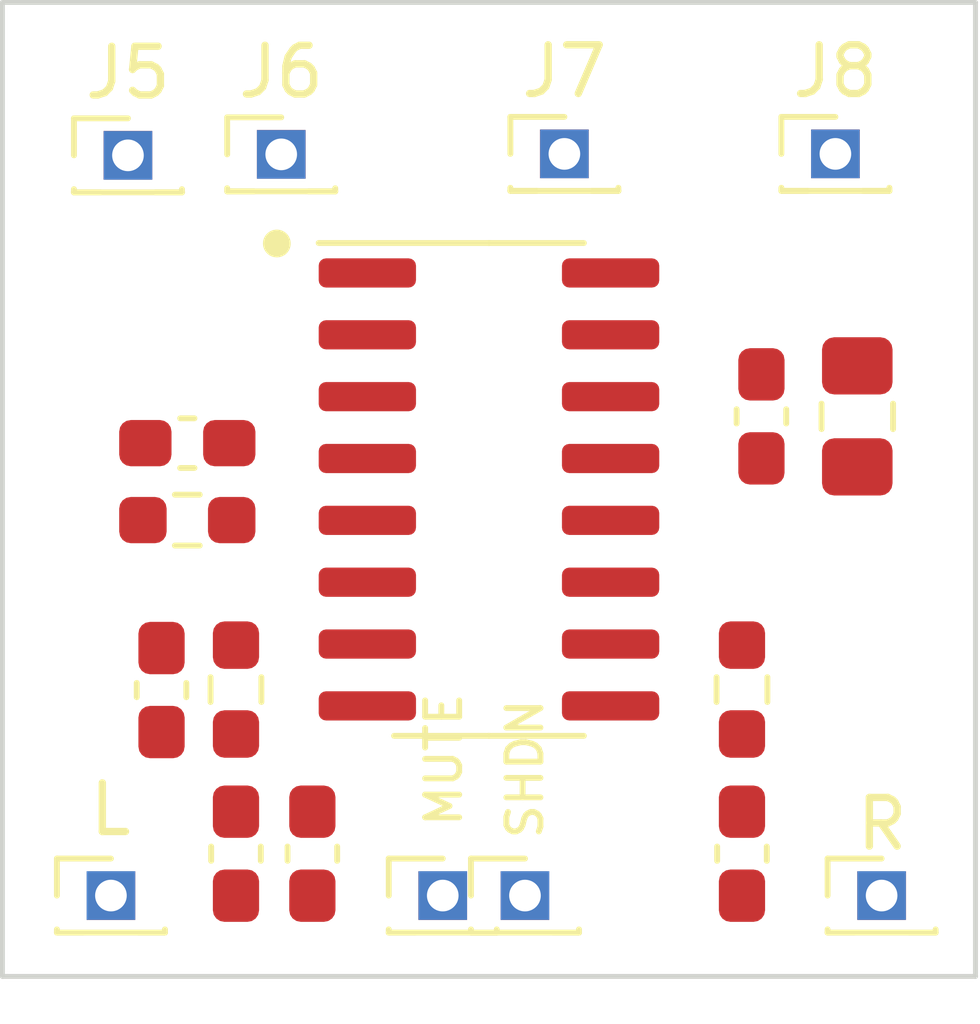
<source format=kicad_pcb>
(kicad_pcb (version 20211014) (generator pcbnew)
  (layers (0 "F.Cu" signal) (31 "B.Cu" signal) (34 "B.Paste" user) (35 "F.Paste" user) (36 "B.SilkS" user "B.Silkscreen") (37 "F.SilkS" user "F.Silkscreen") (38 "B.Mask" user) (39 "F.Mask" user) (44 "Edge.Cuts" user))
  (net 0 "")
  (net 1 "GND")
  (net 2 "Net-(C1-Pad2)")
  (net 3 "INL")
  (net 4 "Net-(C2-Pad2)")
  (net 5 "INR")
  (net 6 "Net-(C3-Pad2)")
  (net 7 "+5V")
  (net 8 "~{SHDN}")
  (net 9 "~{MUTE}")
  (net 10 "LOUT+")
  (net 11 "LOUT-")
  (net 12 "ROUT-")
  (net 13 "ROUT+")
  (net 14 "Net-(R2-Pad2)")
  (net 15 "Net-(R3-Pad2)")
  (footprint "Resistor_SMD:R_0603_1608Metric_Pad0.98x0.95mm_HandSolder" (layer "F.Cu") (at 115.2 114.11 90)
    (fp_text reference "R3" hide)
    (fp_text value "10k")
    (fp_line (start -0.254724 -0.5225) (end 0.254724 -0.5225) (layer "F.SilkS") (width 0.12))
    (fp_line (start -0.254724 0.5225) (end 0.254724 0.5225) (layer "F.SilkS") (width 0.12))
    (pad "1" smd roundrect (at -0.9125 0 90) (size 0.975 0.95) (layers "F.Cu" "F.Paste" "F.Mask") (net 6 "Net-(C3-Pad2)"))
    (pad "2" smd roundrect (at 0.9125 0 90) (size 0.975 0.95) (layers "F.Cu" "F.Paste" "F.Mask") (net 15 "Net-(R3-Pad2)"))
  )
  (footprint "Connector_PinHeader_1.27mm:PinHeader_1x01_P1.27mm_Vertical" (layer "F.Cu") (at 102.23 118.34)
    (fp_text reference "L" (at -0.01 -1.77) (layer "F.SilkS"))
    (fp_text value "INL")
    (fp_line (start -1.11 0.76) (end -0.563471 0.76) (layer "F.SilkS") (width 0.12))
    (fp_line (start 1.11 0.76) (end 1.11 0.695) (layer "F.SilkS") (width 0.12))
    (fp_line (start -1.11 -0.76) (end 0 -0.76) (layer "F.SilkS") (width 0.12))
    (fp_line (start -1.11 0.76) (end -1.11 0.695) (layer "F.SilkS") (width 0.12))
    (fp_line (start 0.563471 0.76) (end 1.11 0.76) (layer "F.SilkS") (width 0.12))
    (fp_line (start -1.11 0.76) (end 1.11 0.76) (layer "F.SilkS") (width 0.12))
    (fp_line (start -1.11 0) (end -1.11 -0.76) (layer "F.SilkS") (width 0.12))
    (pad "1" thru_hole rect locked (at 0 0) (size 1 1) (drill 0.65) (layers *.Cu *.Mask) (net 3 "INL"))
  )
  (footprint "Capacitor_SMD:C_0805_2012Metric_Pad1.18x1.45mm_HandSolder" (layer "F.Cu") (at 117.57 108.5 90)
    (fp_text reference "C7" hide)
    (fp_text value "22UF")
    (fp_line (start -0.261252 0.735) (end 0.261252 0.735) (layer "F.SilkS") (width 0.12))
    (fp_line (start -0.261252 -0.735) (end 0.261252 -0.735) (layer "F.SilkS") (width 0.12))
    (pad "1" smd roundrect (at -1.0375 0 90) (size 1.175 1.45) (layers "F.Cu" "F.Paste" "F.Mask") (roundrect_rratio 0.212766) (net 7 "+5V"))
    (pad "2" smd roundrect (at 1.0375 0 90) (size 1.175 1.45) (layers "F.Cu" "F.Paste" "F.Mask") (roundrect_rratio 0.212766) (net 1 "GND"))
  )
  (footprint "Connector_PinHeader_1.27mm:PinHeader_1x01_P1.27mm_Vertical" (layer "F.Cu") (at 105.73 103.12)
    (fp_text reference "J6" (at 0 -1.695) (layer "F.SilkS"))
    (fp_text value "LOUT-")
    (fp_line (start -1.11 0.76) (end -0.563471 0.76) (layer "F.SilkS") (width 0.12))
    (fp_line (start 1.11 0.76) (end 1.11 0.695) (layer "F.SilkS") (width 0.12))
    (fp_line (start -1.11 0) (end -1.11 -0.76) (layer "F.SilkS") (width 0.12))
    (fp_line (start 0.563471 0.76) (end 1.11 0.76) (layer "F.SilkS") (width 0.12))
    (fp_line (start -1.11 0.76) (end -1.11 0.695) (layer "F.SilkS") (width 0.12))
    (fp_line (start -1.11 -0.76) (end 0 -0.76) (layer "F.SilkS") (width 0.12))
    (fp_line (start -1.11 0.76) (end 1.11 0.76) (layer "F.SilkS") (width 0.12))
    (pad "1" thru_hole rect locked (at 0 0) (size 1 1) (drill 0.65) (layers *.Cu *.Mask) (net 11 "LOUT-"))
  )
  (footprint "Connector_PinHeader_1.27mm:PinHeader_1x01_P1.27mm_Vertical" (layer "F.Cu") (at 118.07 118.34)
    (fp_text reference "R" (at 0.01 -1.47) (layer "F.SilkS"))
    (fp_text value "INR")
    (fp_line (start -1.11 0) (end -1.11 -0.76) (layer "F.SilkS") (width 0.12))
    (fp_line (start -1.11 0.76) (end -0.563471 0.76) (layer "F.SilkS") (width 0.12))
    (fp_line (start -1.11 0.76) (end -1.11 0.695) (layer "F.SilkS") (width 0.12))
    (fp_line (start -1.11 0.76) (end 1.11 0.76) (layer "F.SilkS") (width 0.12))
    (fp_line (start 1.11 0.76) (end 1.11 0.695) (layer "F.SilkS") (width 0.12))
    (fp_line (start 0.563471 0.76) (end 1.11 0.76) (layer "F.SilkS") (width 0.12))
    (fp_line (start -1.11 -0.76) (end 0 -0.76) (layer "F.SilkS") (width 0.12))
    (pad "1" thru_hole rect locked (at 0 0) (size 1 1) (drill 0.65) (layers *.Cu *.Mask) (net 5 "INR"))
  )
  (footprint "Capacitor_SMD:C_0603_1608Metric_Pad1.08x0.95mm_HandSolder" (layer "F.Cu") (at 104.8 117.48 90)
    (fp_text reference "C2" hide)
    (fp_text value "470nf")
    (fp_line (start -0.146267 0.51) (end 0.146267 0.51) (layer "F.SilkS") (width 0.12))
    (fp_line (start -0.146267 -0.51) (end 0.146267 -0.51) (layer "F.SilkS") (width 0.12))
    (pad "1" smd roundrect (at -0.8625 0 90) (size 1.075 0.95) (layers "F.Cu" "F.Paste" "F.Mask") (net 3 "INL"))
    (pad "2" smd roundrect (at 0.8625 0 90) (size 1.075 0.95) (layers "F.Cu" "F.Paste" "F.Mask") (net 4 "Net-(C2-Pad2)"))
  )
  (footprint "Capacitor_SMD:C_0603_1608Metric_Pad1.08x0.95mm_HandSolder" (layer "F.Cu") (at 103.8 109.05 180)
    (fp_text reference "C5" hide)
    (fp_text value "1uf")
    (fp_line (start -0.146267 0.51) (end 0.146267 0.51) (layer "F.SilkS") (width 0.12))
    (fp_line (start -0.146267 -0.51) (end 0.146267 -0.51) (layer "F.SilkS") (width 0.12))
    (pad "1" smd roundrect (at -0.8625 0 180) (size 1.075 0.95) (layers "F.Cu" "F.Paste" "F.Mask") (net 7 "+5V"))
    (pad "2" smd roundrect (at 0.8625 0 180) (size 1.075 0.95) (layers "F.Cu" "F.Paste" "F.Mask") (net 1 "GND"))
  )
  (footprint "Connector_PinHeader_1.27mm:PinHeader_1x01_P1.27mm_Vertical" (layer "F.Cu") (at 109.05 118.34)
    (fp_text reference "MUTE" (at 0.02 -2.79 90) (layer "F.SilkS") (effects (font (size 0.7 0.7) (thickness 0.12))))
    (fp_text value "~{MUTE}")
    (fp_line (start 0.563471 0.76) (end 1.11 0.76) (layer "F.SilkS") (width 0.12))
    (fp_line (start -1.11 0.76) (end -1.11 0.695) (layer "F.SilkS") (width 0.12))
    (fp_line (start -1.11 -0.76) (end 0 -0.76) (layer "F.SilkS") (width 0.12))
    (fp_line (start -1.11 0.76) (end -0.563471 0.76) (layer "F.SilkS") (width 0.12))
    (fp_line (start -1.11 0.76) (end 1.11 0.76) (layer "F.SilkS") (width 0.12))
    (fp_line (start 1.11 0.76) (end 1.11 0.695) (layer "F.SilkS") (width 0.12))
    (fp_line (start -1.11 0) (end -1.11 -0.76) (layer "F.SilkS") (width 0.12))
    (pad "1" thru_hole rect locked (at 0 0) (size 1 1) (drill 0.65) (layers *.Cu *.Mask) (net 9 "~{MUTE}"))
  )
  (footprint "Capacitor_SMD:C_0603_1608Metric_Pad1.08x0.95mm_HandSolder" (layer "F.Cu") (at 103.27 114.12 -90)
    (fp_text reference "C4" hide)
    (fp_text value "1uf")
    (fp_line (start -0.146267 -0.51) (end 0.146267 -0.51) (layer "F.SilkS") (width 0.12))
    (fp_line (start -0.146267 0.51) (end 0.146267 0.51) (layer "F.SilkS") (width 0.12))
    (pad "1" smd roundrect (at -0.8625 0 270) (size 1.075 0.95) (layers "F.Cu" "F.Paste" "F.Mask") (net 7 "+5V"))
    (pad "2" smd roundrect (at 0.8625 0 270) (size 1.075 0.95) (layers "F.Cu" "F.Paste" "F.Mask") (net 1 "GND"))
  )
  (footprint "Resistor_SMD:R_0603_1608Metric_Pad0.98x0.95mm_HandSolder" (layer "F.Cu") (at 104.8 114.11 90)
    (fp_text reference "R2" hide)
    (fp_text value "10k")
    (fp_line (start -0.254724 -0.5225) (end 0.254724 -0.5225) (layer "F.SilkS") (width 0.12))
    (fp_line (start -0.254724 0.5225) (end 0.254724 0.5225) (layer "F.SilkS") (width 0.12))
    (pad "1" smd roundrect (at -0.9125 0 90) (size 0.975 0.95) (layers "F.Cu" "F.Paste" "F.Mask") (net 4 "Net-(C2-Pad2)"))
    (pad "2" smd roundrect (at 0.9125 0 90) (size 0.975 0.95) (layers "F.Cu" "F.Paste" "F.Mask") (net 14 "Net-(R2-Pad2)"))
  )
  (footprint "Capacitor_SMD:C_0603_1608Metric_Pad1.08x0.95mm_HandSolder" (layer "F.Cu") (at 115.6 108.5 90)
    (fp_text reference "C6" hide)
    (fp_text value "1uf")
    (fp_line (start -0.146267 0.51) (end 0.146267 0.51) (layer "F.SilkS") (width 0.12))
    (fp_line (start -0.146267 -0.51) (end 0.146267 -0.51) (layer "F.SilkS") (width 0.12))
    (pad "1" smd roundrect (at -0.8625 0 90) (size 1.075 0.95) (layers "F.Cu" "F.Paste" "F.Mask") (net 7 "+5V"))
    (pad "2" smd roundrect (at 0.8625 0 90) (size 1.075 0.95) (layers "F.Cu" "F.Paste" "F.Mask") (net 1 "GND"))
  )
  (footprint "Capacitor_SMD:C_0603_1608Metric_Pad1.08x0.95mm_HandSolder" (layer "F.Cu") (at 106.37 117.48 90)
    (fp_text reference "C1" hide)
    (fp_text value "100nf")
    (fp_line (start -0.146267 0.51) (end 0.146267 0.51) (layer "F.SilkS") (width 0.12))
    (fp_line (start -0.146267 -0.51) (end 0.146267 -0.51) (layer "F.SilkS") (width 0.12))
    (pad "1" smd roundrect (at -0.8625 0 90) (size 1.075 0.95) (layers "F.Cu" "F.Paste" "F.Mask") (net 1 "GND"))
    (pad "2" smd roundrect (at 0.8625 0 90) (size 1.075 0.95) (layers "F.Cu" "F.Paste" "F.Mask") (net 2 "Net-(C1-Pad2)"))
  )
  (footprint "Connector_PinHeader_1.27mm:PinHeader_1x01_P1.27mm_Vertical" (layer "F.Cu") (at 117.12 103.11)
    (fp_text reference "J8" (at 0 -1.695) (layer "F.SilkS"))
    (fp_text value "ROUT+")
    (fp_line (start -1.11 0.76) (end -1.11 0.695) (layer "F.SilkS") (width 0.12))
    (fp_line (start 1.11 0.76) (end 1.11 0.695) (layer "F.SilkS") (width 0.12))
    (fp_line (start 0.563471 0.76) (end 1.11 0.76) (layer "F.SilkS") (width 0.12))
    (fp_line (start -1.11 -0.76) (end 0 -0.76) (layer "F.SilkS") (width 0.12))
    (fp_line (start -1.11 0) (end -1.11 -0.76) (layer "F.SilkS") (width 0.12))
    (fp_line (start -1.11 0.76) (end 1.11 0.76) (layer "F.SilkS") (width 0.12))
    (fp_line (start -1.11 0.76) (end -0.563471 0.76) (layer "F.SilkS") (width 0.12))
    (pad "1" thru_hole rect locked (at 0 0) (size 1 1) (drill 0.65) (layers *.Cu *.Mask) (net 13 "ROUT+"))
  )
  (footprint "Connector_PinHeader_1.27mm:PinHeader_1x01_P1.27mm_Vertical" (layer "F.Cu") (at 110.74 118.34)
    (fp_text reference "SHDN" (at 0 -2.6 90) (layer "F.SilkS") (effects (font (size 0.7 0.7) (thickness 0.12))))
    (fp_text value "~{SHDN}")
    (fp_line (start -1.11 0.76) (end -1.11 0.695) (layer "F.SilkS") (width 0.12))
    (fp_line (start 1.11 0.76) (end 1.11 0.695) (layer "F.SilkS") (width 0.12))
    (fp_line (start -1.11 0.76) (end 1.11 0.76) (layer "F.SilkS") (width 0.12))
    (fp_line (start -1.11 -0.76) (end 0 -0.76) (layer "F.SilkS") (width 0.12))
    (fp_line (start -1.11 0) (end -1.11 -0.76) (layer "F.SilkS") (width 0.12))
    (fp_line (start -1.11 0.76) (end -0.563471 0.76) (layer "F.SilkS") (width 0.12))
    (fp_line (start 0.563471 0.76) (end 1.11 0.76) (layer "F.SilkS") (width 0.12))
    (pad "1" thru_hole rect locked (at 0 0) (size 1 1) (drill 0.65) (layers *.Cu *.Mask) (net 8 "~{SHDN}"))
  )
  (footprint "Connector_PinHeader_1.27mm:PinHeader_1x01_P1.27mm_Vertical" (layer "F.Cu") (at 102.58 103.14)
    (fp_text reference "J5" (at 0 -1.695) (layer "F.SilkS"))
    (fp_text value "LOUT+")
    (fp_line (start 1.11 0.76) (end 1.11 0.695) (layer "F.SilkS") (width 0.12))
    (fp_line (start -1.11 0) (end -1.11 -0.76) (layer "F.SilkS") (width 0.12))
    (fp_line (start -1.11 0.76) (end 1.11 0.76) (layer "F.SilkS") (width 0.12))
    (fp_line (start -1.11 -0.76) (end 0 -0.76) (layer "F.SilkS") (width 0.12))
    (fp_line (start 0.563471 0.76) (end 1.11 0.76) (layer "F.SilkS") (width 0.12))
    (fp_line (start -1.11 0.76) (end -1.11 0.695) (layer "F.SilkS") (width 0.12))
    (fp_line (start -1.11 0.76) (end -0.563471 0.76) (layer "F.SilkS") (width 0.12))
    (pad "1" thru_hole rect locked (at 0 0) (size 1 1) (drill 0.65) (layers *.Cu *.Mask) (net 10 "LOUT+"))
  )
  (footprint "Resistor_SMD:R_0603_1608Metric_Pad0.98x0.95mm_HandSolder" (layer "F.Cu") (at 103.8 110.63)
    (fp_text reference "R1" hide)
    (fp_text value "10k")
    (fp_line (start -0.254724 0.5225) (end 0.254724 0.5225) (layer "F.SilkS") (width 0.12))
    (fp_line (start -0.254724 -0.5225) (end 0.254724 -0.5225) (layer "F.SilkS") (width 0.12))
    (pad "1" smd roundrect (at -0.9125 0) (size 0.975 0.95) (layers "F.Cu" "F.Paste" "F.Mask") (net 7 "+5V"))
    (pad "2" smd roundrect (at 0.9125 0) (size 0.975 0.95) (layers "F.Cu" "F.Paste" "F.Mask") (net 9 "~{MUTE}"))
  )
  (footprint "Package_SO:SOP-16_3.9x9.9mm_P1.27mm" (layer "F.Cu") (at 110 110)
    (fp_text reference "U1" hide)
    (fp_text value "PAM8403D")
    (fp_line (start 0 5.06) (end -1.95 5.06) (layer "F.SilkS") (width 0.12))
    (fp_line (start 0 -5.06) (end 1.95 -5.06) (layer "F.SilkS") (width 0.12))
    (fp_line (start 0 -5.06) (end -3.5 -5.06) (layer "F.SilkS") (width 0.12))
    (fp_line (start 0 5.06) (end 1.95 5.06) (layer "F.SilkS") (width 0.12))
    (pad "1" smd roundrect (at -2.5 -4.445) (size 2 0.6) (layers "F.Cu" "F.Paste" "F.Mask") (net 10 "LOUT+"))
    (pad "2" smd roundrect (at -2.5 -3.175) (size 2 0.6) (layers "F.Cu" "F.Paste" "F.Mask") (net 1 "GND"))
    (pad "3" smd roundrect (at -2.5 -1.905) (size 2 0.6) (layers "F.Cu" "F.Paste" "F.Mask") (net 11 "LOUT-"))
    (pad "4" smd roundrect (at -2.5 -0.635) (size 2 0.6) (layers "F.Cu" "F.Paste" "F.Mask") (net 7 "+5V"))
    (pad "5" smd roundrect (at -2.5 0.635) (size 2 0.6) (layers "F.Cu" "F.Paste" "F.Mask") (net 9 "~{MUTE}"))
    (pad "6" smd roundrect (at -2.5 1.905) (size 2 0.6) (layers "F.Cu" "F.Paste" "F.Mask") (net 7 "+5V"))
    (pad "7" smd roundrect (at -2.5 3.175) (size 2 0.6) (layers "F.Cu" "F.Paste" "F.Mask") (net 14 "Net-(R2-Pad2)"))
    (pad "8" smd roundrect (at -2.5 4.445) (size 2 0.6) (layers "F.Cu" "F.Paste" "F.Mask") (net 2 "Net-(C1-Pad2)"))
    (pad "9" smd roundrect (at 2.5 4.445) (size 2 0.6) (layers "F.Cu" "F.Paste" "F.Mask"))
    (pad "10" smd roundrect (at 2.5 3.175) (size 2 0.6) (layers "F.Cu" "F.Paste" "F.Mask") (net 15 "Net-(R3-Pad2)"))
    (pad "11" smd roundrect (at 2.5 1.905) (size 2 0.6) (layers "F.Cu" "F.Paste" "F.Mask") (net 1 "GND"))
    (pad "12" smd roundrect (at 2.5 0.635) (size 2 0.6) (layers "F.Cu" "F.Paste" "F.Mask") (net 8 "~{SHDN}"))
    (pad "13" smd roundrect (at 2.5 -0.635) (size 2 0.6) (layers "F.Cu" "F.Paste" "F.Mask") (net 7 "+5V"))
    (pad "14" smd roundrect (at 2.5 -1.905) (size 2 0.6) (layers "F.Cu" "F.Paste" "F.Mask") (net 12 "ROUT-"))
    (pad "15" smd roundrect (at 2.5 -3.175) (size 2 0.6) (layers "F.Cu" "F.Paste" "F.Mask") (net 1 "GND"))
    (pad "16" smd roundrect (at 2.5 -4.445) (size 2 0.6) (layers "F.Cu" "F.Paste" "F.Mask") (net 13 "ROUT+"))
  )
  (footprint "Capacitor_SMD:C_0603_1608Metric_Pad1.08x0.95mm_HandSolder" (layer "F.Cu") (at 115.2 117.48 90)
    (fp_text reference "C3" hide)
    (fp_text value "470nf")
    (fp_line (start -0.146267 0.51) (end 0.146267 0.51) (layer "F.SilkS") (width 0.12))
    (fp_line (start -0.146267 -0.51) (end 0.146267 -0.51) (layer "F.SilkS") (width 0.12))
    (pad "1" smd roundrect (at -0.8625 0 90) (size 1.075 0.95) (layers "F.Cu" "F.Paste" "F.Mask") (net 5 "INR"))
    (pad "2" smd roundrect (at 0.8625 0 90) (size 1.075 0.95) (layers "F.Cu" "F.Paste" "F.Mask") (net 6 "Net-(C3-Pad2)"))
  )
  (footprint "Connector_PinHeader_1.27mm:PinHeader_1x01_P1.27mm_Vertical" (layer "F.Cu") (at 111.55 103.11)
    (fp_text reference "J7" (at 0 -1.695) (layer "F.SilkS"))
    (fp_text value "ROUT-")
    (fp_line (start -1.11 0) (end -1.11 -0.76) (layer "F.SilkS") (width 0.12))
    (fp_line (start -1.11 0.76) (end -0.563471 0.76) (layer "F.SilkS") (width 0.12))
    (fp_line (start -1.11 0.76) (end -1.11 0.695) (layer "F.SilkS") (width 0.12))
    (fp_line (start 0.563471 0.76) (end 1.11 0.76) (layer "F.SilkS") (width 0.12))
    (fp_line (start -1.11 0.76) (end 1.11 0.76) (layer "F.SilkS") (width 0.12))
    (fp_line (start -1.11 -0.76) (end 0 -0.76) (layer "F.SilkS") (width 0.12))
    (fp_line (start 1.11 0.76) (end 1.11 0.695) (layer "F.SilkS") (width 0.12))
    (pad "1" thru_hole rect locked (at 0 0) (size 1 1) (drill 0.65) (layers *.Cu *.Mask) (net 12 "ROUT-"))
  )
  (gr_circle (center 105.64 104.95) (end 105.85 104.95) (layer "F.SilkS") (width 0.15) (fill solid))
  (gr_line (start 100 100) (end 100 120) (layer "Edge.Cuts") (width 0.1))
  (gr_line (start 100 100) (end 120 100) (layer "Edge.Cuts") (width 0.1))
  (gr_line (start 100 120) (end 120 120) (layer "Edge.Cuts") (width 0.1))
  (gr_line (start 120 100) (end 120 120) (layer "Edge.Cuts") (width 0.1))
)
</source>
